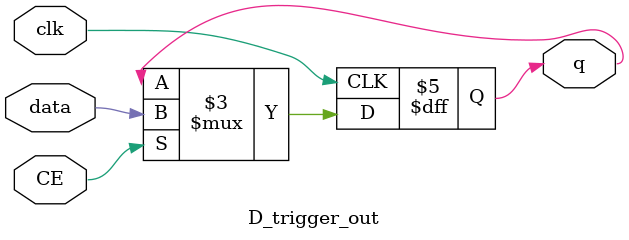
<source format=v>
`timescale 1ns / 1ps

module D_trigger_out(
                 input clk,
                 input CE,
                 input data,
                 output reg q);
                 
    always @(posedge clk) begin
            if (CE) begin
                q <= data;
            end
    end
    
    initial
    q <= 0;
    
endmodule
</source>
